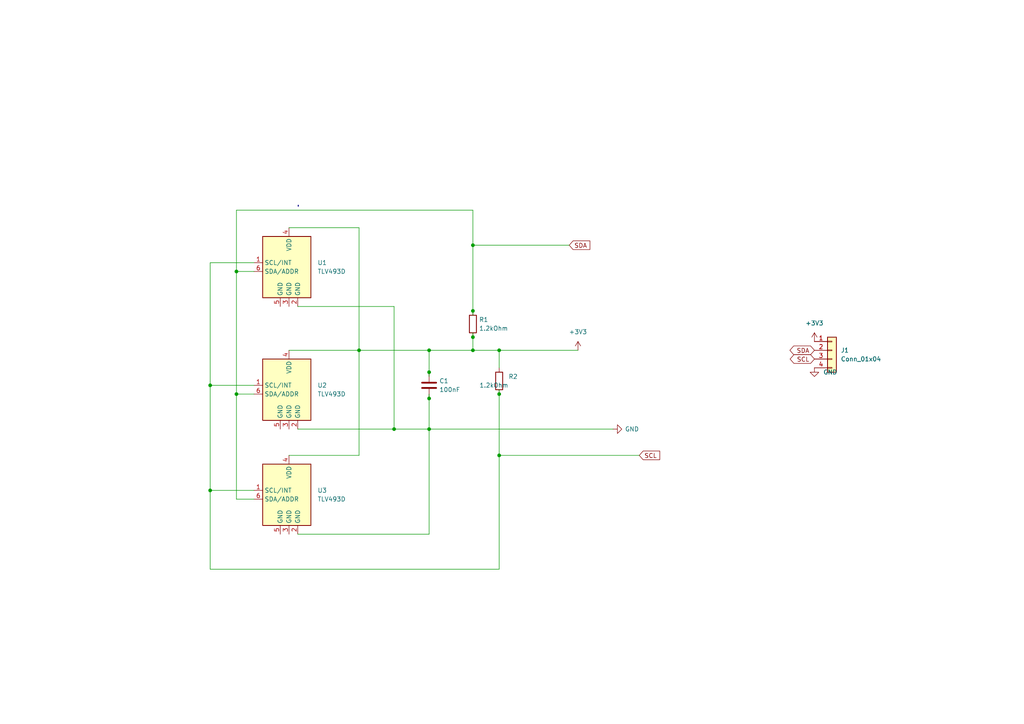
<source format=kicad_sch>
(kicad_sch (version 20211123) (generator eeschema)
  (paper "A4")
  (lib_symbols
    (symbol "Connector_Generic:Conn_01x04" (pin_names (offset 1.016) hide)
      (property "Reference" "J" (at 0 5.08 0))
      (property "Value" "Conn_01x04" (at 0 -7.62 0))
      (symbol "Conn_01x04_1_1"
        (rectangle (start -1.27 -4.953) (end 0 -5.207) (stroke (width 0.1524)))
        (rectangle (start -1.27 -2.413) (end 0 -2.667) (stroke (width 0.1524)))
        (rectangle (start -1.27 0.127) (end 0 -0.127) (stroke (width 0.1524)))
        (rectangle (start -1.27 2.667) (end 0 2.413) (stroke (width 0.1524)))
        (rectangle (start -1.27 3.81) (end 1.27 -6.35) (stroke (width 0.254)) (fill (type background)))
        (pin passive line (at -5.08 2.54 0) (length 3.81) (name "Pin_1") (number "1"))
        (pin passive line (at -5.08 0 0) (length 3.81) (name "Pin_2") (number "2"))
        (pin passive line (at -5.08 -2.54 0) (length 3.81) (name "Pin_3") (number "3"))
        (pin passive line (at -5.08 -5.08 0) (length 3.81) (name "Pin_4") (number "4"))
      )
    )
    (symbol "Device:C" (pin_numbers hide) (pin_names (offset 0.254))
      (property "Reference" "C" (at 0.635 2.54 0))
      (property "Value" "C" (at 0.635 -2.54 0))
      (symbol "C_0_1"
        (polyline (pts (xy -2.032 -0.762) (xy 2.032 -0.762)) (stroke (width 0.508)))
        (polyline (pts (xy -2.032 0.762) (xy 2.032 0.762)) (stroke (width 0.508)))
      )
      (symbol "C_1_1"
        (pin passive line (at 0 3.81 270) (length 2.794) (name "~") (number "1"))
        (pin passive line (at 0 -3.81 90) (length 2.794) (name "~") (number "2"))
      )
    )
    (symbol "Device:R" (pin_numbers hide) (pin_names (offset 0))
      (property "Reference" "R" (at 2.032 0 90))
      (property "Value" "R" (at 0 0 90))
      (symbol "R_0_1"
        (rectangle (start -1.016 -2.54) (end 1.016 2.54) (stroke (width 0.254)))
      )
      (symbol "R_1_1"
        (pin passive line (at 0 3.81 270) (length 1.27) (name "~") (number "1"))
        (pin passive line (at 0 -3.81 90) (length 1.27) (name "~") (number "2"))
      )
    )
    (symbol "Sensor_Magnetic:TLV493D"
      (property "Reference" "U" (at -6.35 11.43 0))
      (property "Value" "TLV493D" (at 5.08 11.43 0))
      (symbol "TLV493D_0_1"
        (rectangle (start -7.62 10.16) (end 6.35 -7.62) (stroke (width 0.254)) (fill (type background)))
      )
      (symbol "TLV493D_1_1"
        (pin bidirectional line (at -10.16 2.54 0) (length 2.54) (name "SCL/INT") (number "1"))
        (pin power_in line (at 2.54 -10.16 90) (length 2.54) (name "GND") (number "2"))
        (pin power_in line (at 0 -10.16 90) (length 2.54) (name "GND") (number "3"))
        (pin power_in line (at 0 12.7 270) (length 2.54) (name "VDD") (number "4"))
        (pin power_in line (at -2.54 -10.16 90) (length 2.54) (name "GND") (number "5"))
        (pin bidirectional line (at -10.16 0 0) (length 2.54) (name "SDA/ADDR") (number "6"))
      )
    )
    (symbol "power:+3.3V" (power) (pin_names (offset 0))
      (property "Value" "+3.3V" (at 0 3.556 0))
      (symbol "+3.3V_0_1"
        (polyline (pts (xy -0.762 1.27) (xy 0 2.54)))
        (polyline (pts (xy 0 0) (xy 0 2.54)))
        (polyline (pts (xy 0 2.54) (xy 0.762 1.27)))
      )
      (symbol "+3.3V_1_1"
        (pin power_in line (at 0 0 90) (length 0) hide (name "+3V3") (number "1"))
      )
    )
    (symbol "power:GND" (power) (pin_names (offset 0))
      (property "Value" "GND" (at 0 -3.81 0))
      (symbol "GND_0_1"
        (polyline (pts (xy 0 0) (xy 0 -1.27) (xy 1.27 -1.27) (xy 0 -2.54) (xy -1.27 -1.27) (xy 0 -1.27)))
      )
      (symbol "GND_1_1"
        (pin power_in line (at 0 0 270) (length 0) hide (name "GND") (number "1"))
      )
    )
  )
  (junction (at 60.96 111.76))
  (junction (at 144.78 132.08))
  (junction (at 124.46 101.6))
  (junction (at 137.16 101.6))
  (junction (at 68.58 114.3))
  (junction (at 124.46 107.95))
  (junction (at 137.16 71.12))
  (junction (at 144.78 114.3))
  (junction (at 144.78 101.6))
  (junction (at 124.46 124.46))
  (junction (at 124.46 115.57))
  (junction (at 137.16 90.17))
  (junction (at 60.96 142.24))
  (junction (at 68.58 78.74))
  (junction (at 104.14 101.6))
  (junction (at 137.16 97.79))
  (junction (at 114.3 124.46))
  (wire (pts (xy 104.14 101.6) (xy 124.46 101.6)))
  (wire (pts (xy 124.46 114.3) (xy 124.46 115.57)))
  (wire (pts (xy 124.46 107.95) (xy 124.46 101.6)))
  (wire (pts (xy 60.96 111.76) (xy 73.66 111.76)))
  (wire (pts (xy 124.46 101.6) (xy 137.16 101.6)))
  (wire (pts (xy 60.96 111.76) (xy 60.96 76.2)))
  (wire (pts (xy 137.16 101.6) (xy 144.78 101.6)))
  (wire (pts (xy 144.78 101.6) (xy 167.64 101.6)))
  (bus (pts (xy 86.5124 59.5376) (xy 86.5124 59.7916)))
  (wire (pts (xy 114.3 88.9) (xy 86.36 88.9)))
  (wire (pts (xy 60.96 165.1) (xy 144.78 165.1)))
  (wire (pts (xy 83.82 66.04) (xy 104.14 66.04)))
  (wire (pts (xy 137.16 96.52) (xy 137.16 97.79)))
  (wire (pts (xy 124.46 115.57) (xy 124.46 124.46)))
  (wire (pts (xy 86.36 124.46) (xy 114.3 124.46)))
  (wire (pts (xy 68.58 114.3) (xy 68.58 144.78)))
  (wire (pts (xy 124.46 124.46) (xy 124.46 154.94)))
  (wire (pts (xy 73.66 142.24) (xy 60.96 142.24)))
  (wire (pts (xy 68.58 114.3) (xy 73.66 114.3)))
  (wire (pts (xy 137.16 60.96) (xy 137.16 71.12)))
  (wire (pts (xy 137.16 91.44) (xy 137.16 90.17)))
  (wire (pts (xy 104.14 66.04) (xy 104.14 101.6)))
  (wire (pts (xy 137.16 71.12) (xy 165.1 71.12)))
  (wire (pts (xy 83.82 101.6) (xy 104.14 101.6)))
  (wire (pts (xy 114.3 124.46) (xy 124.46 124.46)))
  (wire (pts (xy 68.58 60.96) (xy 137.16 60.96)))
  (wire (pts (xy 177.8 124.46) (xy 124.46 124.46)))
  (wire (pts (xy 114.3 124.46) (xy 114.3 88.9)))
  (wire (pts (xy 68.58 144.78) (xy 73.66 144.78)))
  (wire (pts (xy 144.78 132.08) (xy 185.42 132.08)))
  (wire (pts (xy 60.96 76.2) (xy 73.66 76.2)))
  (wire (pts (xy 73.66 78.74) (xy 68.58 78.74)))
  (wire (pts (xy 124.46 154.94) (xy 86.36 154.94)))
  (wire (pts (xy 68.58 78.74) (xy 68.58 114.3)))
  (wire (pts (xy 144.78 101.6) (xy 144.78 106.68)))
  (wire (pts (xy 137.16 71.12) (xy 137.16 90.17)))
  (wire (pts (xy 144.78 165.1) (xy 144.78 132.08)))
  (wire (pts (xy 137.16 97.79) (xy 137.16 101.6)))
  (wire (pts (xy 60.96 142.24) (xy 60.96 165.1)))
  (wire (pts (xy 83.82 132.08) (xy 104.14 132.08)))
  (wire (pts (xy 68.58 78.74) (xy 68.58 60.96)))
  (wire (pts (xy 124.46 109.22) (xy 124.46 107.95)))
  (wire (pts (xy 104.14 132.08) (xy 104.14 101.6)))
  (wire (pts (xy 60.96 142.24) (xy 60.96 111.76)))
  (wire (pts (xy 144.78 113.03) (xy 144.78 114.3)))
  (wire (pts (xy 144.78 114.3) (xy 144.78 132.08)))
  (global_label "SDA" (shape bidirectional) (at 236.22 101.6 180) (property "Intersheet References" "${INTERSHEET_REFS}" (effects hide)))
  (global_label "SDA" (shape input) (at 165.1 71.12 0) (property "Intersheet References" "${INTERSHEET_REFS}" (effects hide)))
  (global_label "SCL" (shape bidirectional) (at 236.22 104.14 180) (property "Intersheet References" "${INTERSHEET_REFS}" (effects hide)))
  (global_label "SCL" (shape input) (at 185.42 132.08 0) (property "Intersheet References" "${INTERSHEET_REFS}" (effects hide)))
  (symbol (lib_id "power:+3.3V") (at 167.64 101.6 0) (unit 1)
    (property "Reference" "#PWR0101" (effects hide))
    (property "Value" "+3.3V" (at 167.64 96.266 0))
  )
  (symbol (lib_id "Device:C") (at 124.46 111.76 0) (unit 1)
    (property "Reference" "C1" (at 127.4064 110.4899 0) (effects (justify left)))
    (property "Value" "100nF" (at 127.4064 113.0299 0) (effects (justify left)))
    (property "Footprint" "Capacitor_SMD:C_0603_1608Metric_Pad1.08x0.95mm_HandSolder" (effects hide))
    (property "LCSC" "C14663" (effects hide))
  )
  (symbol (lib_id "Sensor_Magnetic:TLV493D") (at 83.82 114.3 0) (unit 1)
    (property "Reference" "U2" (at 92.075 111.7599 0) (effects (justify left)))
    (property "Value" "TLV493D" (at 92.075 114.2999 0) (effects (justify left)))
    (property "Footprint" "Package_TO_SOT_SMD:SOT-23-6" (effects hide))
    (property "Datasheet" "http://www.infineon.com/dgdl/Infineon-TLV493D-A1B6-DS-v01_00-EN.pdf?fileId=5546d462525dbac40152a6b85c760e80" (effects hide))
    (property "LCSC" "    C539804" (effects hide))
  )
  (symbol (lib_id "Connector_Generic:Conn_01x04") (at 241.3 101.6 0) (unit 1)
    (property "Reference" "J1" (at 243.84 101.5999 0) (effects (justify left)))
    (property "Value" "Conn_01x04" (at 243.84 104.1399 0) (effects (justify left)))
    (property "Footprint" "Connector_PinHeader_2.54mm:PinHeader_1x04_P2.54mm_Horizontal" (effects hide))
    (property "LCSC" "C402773" (effects hide))
  )
  (symbol (lib_id "power:+3.3V") (at 236.22 99.06 0) (unit 1)
    (property "Reference" "#PWR01" (effects hide))
    (property "Value" "+3.3V" (at 236.22 93.726 0))
  )
  (symbol (lib_id "power:GND") (at 236.22 106.68 0) (unit 1)
    (property "Reference" "#PWR02" (effects hide))
    (property "Value" "GND" (at 238.76 107.9499 0) (effects (justify left)))
  )
  (symbol (lib_id "Device:R") (at 137.16 93.98 0) (unit 1)
    (property "Reference" "R1" (at 138.938 92.7099 0) (effects (justify left)))
    (property "Value" "1.2kOhm" (at 138.938 95.2499 0) (effects (justify left)))
    (property "Footprint" "Resistor_SMD:R_0603_1608Metric_Pad0.98x0.95mm_HandSolder" (effects hide))
    (property "LCSC" "C22765" (effects hide))
  )
  (symbol (lib_id "Device:R") (at 144.78 110.49 0) (unit 1)
    (property "Reference" "R2" (at 147.4724 109.2199 0) (effects (justify left)))
    (property "Value" "1.2kOhm" (at 147.4724 111.7599 0) (effects (justify right)))
    (property "Footprint" "Resistor_SMD:R_0603_1608Metric_Pad0.98x0.95mm_HandSolder" (effects hide))
    (property "LCSC" "C22765" (effects hide))
  )
  (symbol (lib_id "Sensor_Magnetic:TLV493D") (at 83.82 144.78 0) (unit 1)
    (property "Reference" "U3" (at 92.075 142.2399 0) (effects (justify left)))
    (property "Value" "TLV493D" (at 92.075 144.7799 0) (effects (justify left)))
    (property "Footprint" "Package_TO_SOT_SMD:SOT-23-6" (effects hide))
    (property "Datasheet" "http://www.infineon.com/dgdl/Infineon-TLV493D-A1B6-DS-v01_00-EN.pdf?fileId=5546d462525dbac40152a6b85c760e80" (effects hide))
    (property "LCSC" "C539805" (effects hide))
  )
  (symbol (lib_id "Sensor_Magnetic:TLV493D") (at 83.82 78.74 0) (unit 1)
    (property "Reference" "U1" (at 92.075 76.1999 0) (effects (justify left)))
    (property "Value" "TLV493D" (at 92.075 78.7399 0) (effects (justify left)))
    (property "Footprint" "Package_TO_SOT_SMD:SOT-23-6" (effects hide))
    (property "Datasheet" "http://www.infineon.com/dgdl/Infineon-TLV493D-A1B6-DS-v01_00-EN.pdf?fileId=5546d462525dbac40152a6b85c760e80" (effects hide))
    (property "LCSC" "C539803" (effects hide))
  )
  (symbol (lib_id "power:GND") (at 177.8 124.46 90) (unit 1)
    (property "Reference" "#PWR0102" (effects hide))
    (property "Value" "GND" (at 181.2544 124.4599 90) (effects (justify right)))
  )
)
</source>
